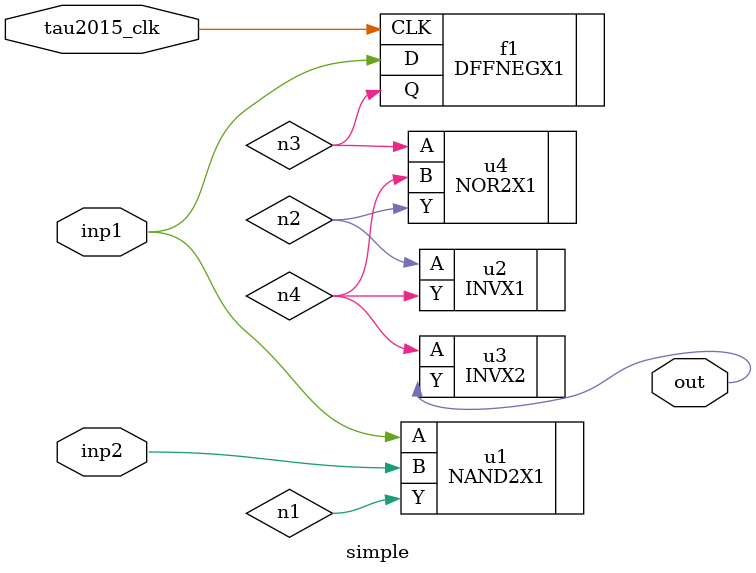
<source format=v>
module simple (
inp1,
inp2,
tau2015_clk,
out
);

// Start PIs
input inp1;
input inp2;
input tau2015_clk;

// Start POs
output out;

// Start wires
wire n1;
wire n2;
wire n3;
wire n4;
wire inp1;
wire inp2;
wire tau2015_clk;
wire out;

// Start cells
NAND2X1 u1 ( .A(inp1), .B(inp2), .Y(n1) );
DFFNEGX1 f1 ( .D(inp1), .CLK(tau2015_clk), .Q(n3) );
INVX1 u2 ( .A(n2), .Y(n4) );
INVX2 u3 ( .A(n4), .Y(out) );
NOR2X1 u4 ( .A(n3), .B(n4), .Y(n2) );

endmodule

</source>
